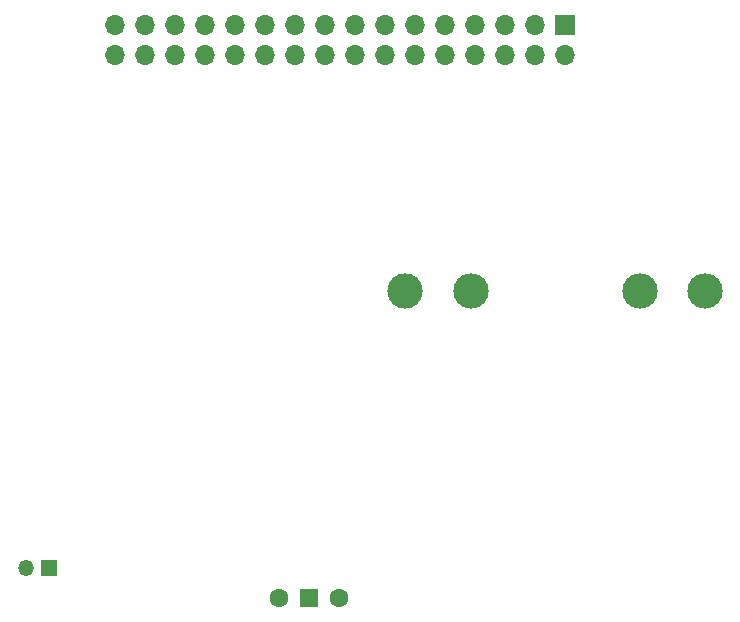
<source format=gbr>
%TF.GenerationSoftware,KiCad,Pcbnew,9.0.0*%
%TF.CreationDate,2025-03-28T21:29:49+02:00*%
%TF.ProjectId,project,70726f6a-6563-4742-9e6b-696361645f70,rev?*%
%TF.SameCoordinates,Original*%
%TF.FileFunction,Soldermask,Bot*%
%TF.FilePolarity,Negative*%
%FSLAX46Y46*%
G04 Gerber Fmt 4.6, Leading zero omitted, Abs format (unit mm)*
G04 Created by KiCad (PCBNEW 9.0.0) date 2025-03-28 21:29:49*
%MOMM*%
%LPD*%
G01*
G04 APERTURE LIST*
%ADD10R,1.500000X1.500000*%
%ADD11C,1.600000*%
%ADD12C,3.000000*%
%ADD13O,3.000000X3.000000*%
%ADD14R,1.350000X1.350000*%
%ADD15O,1.350000X1.350000*%
%ADD16O,1.700000X1.700000*%
%ADD17R,1.700000X1.700000*%
G04 APERTURE END LIST*
D10*
%TO.C,SW1*%
X137460000Y-115500000D03*
D11*
X134920000Y-115500000D03*
X140000000Y-115500000D03*
%TD*%
D12*
%TO.C,R16*%
X145650000Y-89500000D03*
D13*
X151200000Y-89500000D03*
X165500000Y-89500000D03*
X171050000Y-89500000D03*
%TD*%
D14*
%TO.C,J3*%
X115500000Y-113000000D03*
D15*
X113500000Y-113000000D03*
%TD*%
D16*
%TO.C,J1*%
X121060000Y-69540000D03*
X121060000Y-67000000D03*
X123600000Y-69540000D03*
X123600000Y-67000000D03*
X126140000Y-69540000D03*
X126140000Y-67000000D03*
X128680000Y-69540000D03*
X128680000Y-67000000D03*
X131220000Y-69540000D03*
X131220000Y-67000000D03*
X133760000Y-69540000D03*
X133760000Y-67000000D03*
X136300000Y-69540000D03*
X136300000Y-67000000D03*
X138840000Y-69540000D03*
X138840000Y-67000000D03*
X141380000Y-69540000D03*
X141380000Y-67000000D03*
X143920000Y-69540000D03*
X143920000Y-67000000D03*
X146460000Y-69540000D03*
X146460000Y-67000000D03*
X149000000Y-69540000D03*
X149000000Y-67000000D03*
X151540000Y-69540000D03*
X151540000Y-67000000D03*
X154080000Y-69540000D03*
X154080000Y-67000000D03*
X156620000Y-69540000D03*
X156620000Y-67000000D03*
X159160000Y-69540000D03*
D17*
X159160000Y-67000000D03*
%TD*%
M02*

</source>
